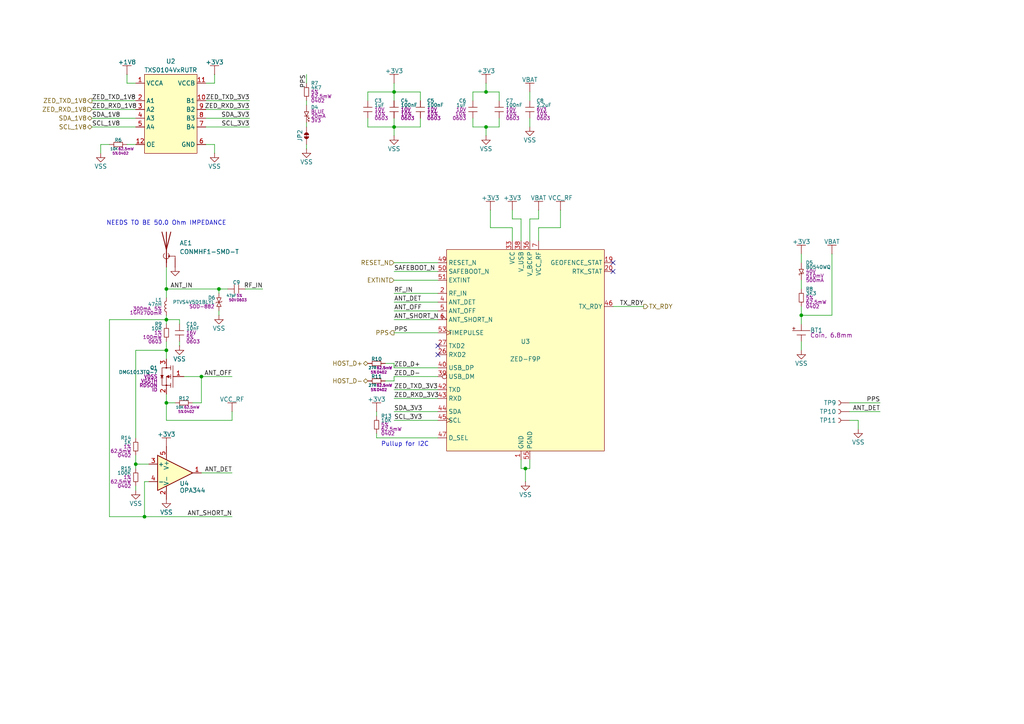
<source format=kicad_sch>
(kicad_sch (version 20231120) (generator "eeschema") (generator_version "8.0")
  (paper "A4")
  (title_block (title "GNSS Module") (date "2024-12-02") (rev "01") (comment 2 "PROTOTYPE") (comment 3 "2024"))
  (junction (at 114.3 36.83))
  (junction (at 63.5 83.82))
  (junction (at 48.26 116.84))
  (junction (at 140.97 36.83))
  (junction (at 232.41 91.44))
  (junction (at 140.97 26.67))
  (junction (at 48.26 101.6))
  (junction (at 41.91 149.86))
  (junction (at 48.26 83.82))
  (junction (at 114.3 26.67))
  (junction (at 152.4 135.89))
  (junction (at 48.26 92.71))
  (junction (at 39.37 134.62))
  (junction (at 58.42 109.22))
  (no_connect (at 177.8 76.2))
  (no_connect (at 127 102.87))
  (no_connect (at 177.8 78.74))
  (no_connect (at 127 100.33))
  (wire (pts (xy 114.3 90.17) (xy 127 90.17)))
  (wire (pts (xy 114.3 113.03) (xy 127 113.03)))
  (wire (pts (xy 72.39 29.21) (xy 59.69 29.21)))
  (wire (pts (xy 114.3 78.74) (xy 127 78.74)))
  (wire (pts (xy 114.3 26.67) (xy 114.3 24.13)))
  (wire (pts (xy 114.3 106.68) (xy 114.3 105.41)))
  (wire (pts (xy 72.39 31.75) (xy 59.69 31.75)))
  (wire (pts (xy 29.21 41.91) (xy 29.21 44.45)))
  (wire (pts (xy 156.21 60.96) (xy 156.21 63.5)))
  (wire (pts (xy 26.67 34.29) (xy 39.37 34.29)))
  (wire (pts (xy 88.9 36.83) (xy 88.9 35.56)))
  (wire (pts (xy 121.92 36.83) (xy 114.3 36.83)))
  (wire (pts (xy 121.92 26.67) (xy 114.3 26.67)))
  (wire (pts (xy 111.76 110.49) (xy 114.3 110.49)))
  (wire (pts (xy 114.3 85.09) (xy 127 85.09)))
  (wire (pts (xy 148.59 66.04) (xy 148.59 69.85)))
  (wire (pts (xy 248.92 121.92) (xy 246.38 121.92)))
  (wire (pts (xy 140.97 26.67) (xy 140.97 24.13)))
  (wire (pts (xy 72.39 34.29) (xy 59.69 34.29)))
  (wire (pts (xy 114.3 26.67) (xy 114.3 29.21)))
  (wire (pts (xy 144.78 26.67) (xy 144.78 29.21)))
  (wire (pts (xy 67.31 119.38) (xy 67.31 121.92)))
  (wire (pts (xy 48.26 83.82) (xy 48.26 86.36)))
  (wire (pts (xy 148.59 63.5) (xy 151.13 63.5)))
  (wire (pts (xy 153.67 63.5) (xy 153.67 69.85)))
  (wire (pts (xy 62.23 24.13) (xy 59.69 24.13)))
  (wire (pts (xy 63.5 85.09) (xy 63.5 83.82)))
  (wire (pts (xy 59.69 41.91) (xy 62.23 41.91)))
  (wire (pts (xy 137.16 29.21) (xy 137.16 26.67)))
  (wire (pts (xy 232.41 73.66) (xy 232.41 76.2)))
  (wire (pts (xy 114.3 109.22) (xy 127 109.22)))
  (wire (pts (xy 26.67 29.21) (xy 39.37 29.21)))
  (wire (pts (xy 162.56 66.04) (xy 156.21 66.04)))
  (wire (pts (xy 153.67 34.29) (xy 153.67 36.83)))
  (wire (pts (xy 152.4 135.89) (xy 151.13 135.89)))
  (wire (pts (xy 39.37 140.97) (xy 39.37 142.24)))
  (wire (pts (xy 88.9 21.59) (xy 88.9 24.13)))
  (wire (pts (xy 137.16 26.67) (xy 140.97 26.67)))
  (wire (pts (xy 153.67 26.67) (xy 153.67 29.21)))
  (wire (pts (xy 43.18 139.7) (xy 41.91 139.7)))
  (wire (pts (xy 55.88 116.84) (xy 58.42 116.84)))
  (wire (pts (xy 58.42 137.16) (xy 67.31 137.16)))
  (wire (pts (xy 156.21 66.04) (xy 156.21 69.85)))
  (wire (pts (xy 36.83 21.59) (xy 36.83 24.13)))
  (wire (pts (xy 241.3 91.44) (xy 232.41 91.44)))
  (wire (pts (xy 142.24 60.96) (xy 142.24 66.04)))
  (wire (pts (xy 31.75 149.86) (xy 41.91 149.86)))
  (wire (pts (xy 48.26 83.82) (xy 63.5 83.82)))
  (wire (pts (xy 58.42 116.84) (xy 58.42 109.22)))
  (wire (pts (xy 39.37 101.6) (xy 39.37 127)))
  (wire (pts (xy 106.68 36.83) (xy 114.3 36.83)))
  (wire (pts (xy 109.22 125.73) (xy 109.22 127)))
  (wire (pts (xy 151.13 63.5) (xy 151.13 69.85)))
  (wire (pts (xy 114.3 96.52) (xy 127 96.52)))
  (wire (pts (xy 39.37 41.91) (xy 36.83 41.91)))
  (wire (pts (xy 63.5 90.17) (xy 63.5 91.44)))
  (wire (pts (xy 48.26 116.84) (xy 48.26 121.92)))
  (wire (pts (xy 232.41 81.28) (xy 232.41 83.82)))
  (wire (pts (xy 109.22 127) (xy 127 127)))
  (wire (pts (xy 232.41 91.44) (xy 232.41 88.9)))
  (wire (pts (xy 29.21 41.91) (xy 31.75 41.91)))
  (wire (pts (xy 88.9 29.21) (xy 88.9 30.48)))
  (wire (pts (xy 52.07 93.98) (xy 52.07 92.71)))
  (wire (pts (xy 106.68 29.21) (xy 106.68 26.67)))
  (wire (pts (xy 114.3 121.92) (xy 127 121.92)))
  (wire (pts (xy 153.67 133.35) (xy 153.67 135.89)))
  (wire (pts (xy 26.67 31.75) (xy 39.37 31.75)))
  (wire (pts (xy 114.3 106.68) (xy 127 106.68)))
  (wire (pts (xy 43.18 134.62) (xy 39.37 134.62)))
  (wire (pts (xy 48.26 99.06) (xy 48.26 101.6)))
  (wire (pts (xy 111.76 105.41) (xy 114.3 105.41)))
  (wire (pts (xy 151.13 133.35) (xy 151.13 135.89)))
  (wire (pts (xy 144.78 34.29) (xy 144.78 36.83)))
  (wire (pts (xy 114.3 87.63) (xy 127 87.63)))
  (wire (pts (xy 114.3 36.83) (xy 114.3 39.37)))
  (wire (pts (xy 140.97 26.67) (xy 144.78 26.67)))
  (wire (pts (xy 114.3 76.2) (xy 127 76.2)))
  (wire (pts (xy 52.07 99.06) (xy 52.07 100.33)))
  (wire (pts (xy 156.21 63.5) (xy 153.67 63.5)))
  (wire (pts (xy 114.3 81.28) (xy 127 81.28)))
  (wire (pts (xy 121.92 34.29) (xy 121.92 36.83)))
  (wire (pts (xy 48.26 101.6) (xy 48.26 104.14)))
  (wire (pts (xy 52.07 92.71) (xy 48.26 92.71)))
  (wire (pts (xy 114.3 34.29) (xy 114.3 36.83)))
  (wire (pts (xy 114.3 109.22) (xy 114.3 110.49)))
  (wire (pts (xy 72.39 36.83) (xy 59.69 36.83)))
  (wire (pts (xy 62.23 21.59) (xy 62.23 24.13)))
  (wire (pts (xy 248.92 124.46) (xy 248.92 121.92)))
  (wire (pts (xy 114.3 92.71) (xy 127 92.71)))
  (wire (pts (xy 26.67 36.83) (xy 39.37 36.83)))
  (wire (pts (xy 232.41 91.44) (xy 232.41 93.98)))
  (wire (pts (xy 109.22 120.65) (xy 109.22 119.38)))
  (wire (pts (xy 121.92 29.21) (xy 121.92 26.67)))
  (wire (pts (xy 114.3 115.57) (xy 127 115.57)))
  (wire (pts (xy 41.91 149.86) (xy 67.31 149.86)))
  (wire (pts (xy 48.26 114.3) (xy 48.26 116.84)))
  (wire (pts (xy 41.91 139.7) (xy 41.91 149.86)))
  (wire (pts (xy 140.97 36.83) (xy 137.16 36.83)))
  (wire (pts (xy 39.37 134.62) (xy 39.37 132.08)))
  (wire (pts (xy 36.83 24.13) (xy 39.37 24.13)))
  (wire (pts (xy 246.38 119.38) (xy 255.27 119.38)))
  (wire (pts (xy 48.26 121.92) (xy 67.31 121.92)))
  (wire (pts (xy 177.8 88.9) (xy 186.69 88.9)))
  (wire (pts (xy 142.24 66.04) (xy 148.59 66.04)))
  (wire (pts (xy 106.68 34.29) (xy 106.68 36.83)))
  (wire (pts (xy 58.42 109.22) (xy 53.34 109.22)))
  (wire (pts (xy 140.97 36.83) (xy 140.97 39.37)))
  (wire (pts (xy 63.5 83.82) (xy 66.04 83.82)))
  (wire (pts (xy 152.4 135.89) (xy 152.4 139.7)))
  (wire (pts (xy 58.42 109.22) (xy 67.31 109.22)))
  (wire (pts (xy 48.26 91.44) (xy 48.26 92.71)))
  (wire (pts (xy 152.4 135.89) (xy 153.67 135.89)))
  (wire (pts (xy 39.37 134.62) (xy 39.37 135.89)))
  (wire (pts (xy 48.26 77.47) (xy 48.26 83.82)))
  (wire (pts (xy 241.3 73.66) (xy 241.3 91.44)))
  (wire (pts (xy 48.26 101.6) (xy 39.37 101.6)))
  (wire (pts (xy 31.75 92.71) (xy 31.75 149.86)))
  (wire (pts (xy 71.12 83.82) (xy 76.2 83.82)))
  (wire (pts (xy 106.68 26.67) (xy 114.3 26.67)))
  (wire (pts (xy 148.59 60.96) (xy 148.59 63.5)))
  (wire (pts (xy 144.78 36.83) (xy 140.97 36.83)))
  (wire (pts (xy 62.23 44.45) (xy 62.23 41.91)))
  (wire (pts (xy 48.26 116.84) (xy 50.8 116.84)))
  (wire (pts (xy 48.26 92.71) (xy 48.26 93.98)))
  (wire (pts (xy 162.56 60.96) (xy 162.56 66.04)))
  (wire (pts (xy 137.16 34.29) (xy 137.16 36.83)))
  (wire (pts (xy 88.9 43.18) (xy 88.9 41.91)))
  (wire (pts (xy 246.38 116.84) (xy 255.27 116.84)))
  (wire (pts (xy 114.3 119.38) (xy 127 119.38)))
  (wire (pts (xy 48.26 92.71) (xy 31.75 92.71)))
  (wire (pts (xy 232.41 99.06) (xy 232.41 101.6)))
  (text "Pullup for I2C" (at 117.475 128.905 0) (effects (font (size 1.27 1.27))))
  (text "NEEDS TO BE 50.0 Ohm IMPEDANCE" (at 48.26 64.77 0) (effects (font (size 1.27 1.27))))
  (label "PPS" (at 255.27 116.84 180))
  (label "ZED_RXD_3V3" (at 114.3 115.57 0))
  (label "SDA_3V3" (at 72.39 34.29 180))
  (label "PPS" (at 114.3 96.52 0))
  (label "ANT_OFF" (at 114.3 90.17 0))
  (label "ZED_TXD_3V3" (at 72.39 29.21 180))
  (label "ZED_RXD_3V3" (at 72.39 31.75 180))
  (label "ANT_DET" (at 255.27 119.38 180))
  (label "ANT_DET" (at 67.31 137.16 180))
  (label "SCL_3V3" (at 114.3 121.92 0))
  (label "ZED_TXD_1V8" (at 26.67 29.21 0))
  (label "ZED_D+" (at 114.3 106.68 0))
  (label "ANT_DET" (at 114.3 87.63 0))
  (label "TX_RDY" (at 186.69 88.9 180))
  (label "ZED_D-" (at 114.3 109.22 0))
  (label "SAFEBOOT_N" (at 114.3 78.74 0))
  (label "RF_IN" (at 76.2 83.82 180))
  (label "RF_IN" (at 114.3 85.09 0))
  (label "ANT_OFF" (at 67.31 109.22 180))
  (label "SDA_1V8" (at 26.67 34.29 0))
  (label "SCL_1V8" (at 26.67 36.83 0))
  (label "PPS" (at 88.9 21.59 270))
  (label "ZED_TXD_3V3" (at 114.3 113.03 0))
  (label "SCL_3V3" (at 72.39 36.83 180))
  (label "ANT_IN" (at 55.88 83.82 180))
  (label "SDA_3V3" (at 114.3 119.38 0))
  (label "ANT_SHORT_N" (at 67.31 149.86 180))
  (label "ZED_RXD_1V8" (at 26.67 31.75 0))
  (label "ANT_SHORT_N" (at 114.3 92.71 0))
  (hierarchical_label "SDA_1V8" (shape bidirectional) (at 26.67 34.29 180))
  (hierarchical_label "RESET_N" (shape input) (at 114.3 76.2 180))
  (hierarchical_label "ZED_TXD_1V8" (shape output) (at 26.67 29.21 180))
  (hierarchical_label "HOST_D-" (shape bidirectional) (at 106.68 110.49 180))
  (hierarchical_label "ZED_RXD_1V8" (shape input) (at 26.67 31.75 180))
  (hierarchical_label "EXTINT" (shape input) (at 114.3 81.28 180))
  (hierarchical_label "HOST_D+" (shape bidirectional) (at 106.68 105.41 180))
  (hierarchical_label "SCL_1V8" (shape bidirectional) (at 26.67 36.83 180))
  (hierarchical_label "TX_RDY" (shape output) (at 186.69 88.9 0))
  (hierarchical_label "PPS" (shape output) (at 114.3 96.52 180))
  (symbol (lib_id "lib_sch:C") (at 137.16 31.75 0) (mirror y) (unit 1)
    (property "Reference" "C6" (at 135.255 29.21 0) (effects (font (size 1.016 1.016)) (justify left)))
    (property "Value" "1uF" (at 135.255 30.48 0) (effects (font (size 1.016 1.016)) (justify left)))
    (property "Footprint" "lib_fp:MLCC0603" (effects (hide yes)))
    (property "Datasheet" "datasheets/Kyocera-AVX-MLCCKAM.pdf" (effects (hide yes)))
    (property "Description" "0603 X7R 1UF10% 10V AEC-Q200" (effects (hide yes)))
    (property "Manufacturer" "KYOCERA AVX" (effects (hide yes)))
    (property "MPN" "KAM15AR71A105KT" (effects (hide yes)))
    (property "DKPN" "478-KAM15AR71A105KTCT-ND" (effects (hide yes)))
    (property "Tolerance" "10%" (at 135.255 33.02 0) (effects (font (size 1.016 1.016)) (justify left)))
    (property "Voltage Rating" "10V" (at 135.255 31.75 0) (effects (font (size 1.016 1.016)) (justify left)))
    (property "Package" "0603" (at 135.255 34.29 0) (effects (font (size 1.016 1.016)) (justify left)))
  )
  (symbol (lib_id "lib_sch:+3V3") (at 62.23 21.59 0) (unit 1)
    (property "Reference" "#PWR010" (effects (hide yes)))
    (property "Value" "+3V3" (at 62.23 18.034 0))
  )
  (symbol (lib_id "lib_sch:R_horizontal") (at 34.29 41.91 0) (unit 1)
    (property "Reference" "R6" (at 34.29 40.64 0) (effects (font (size 1.016 1.016))))
    (property "Value" "10K" (at 34.29 43.18 0) (effects (font (size 0.762 0.762)) (justify right)))
    (property "Footprint" "lib_fp:CRCW0402" (effects (hide yes)))
    (property "Datasheet" "datasheets/Vishay-Dale-DRCWe3.pdf" (effects (hide yes)))
    (property "Description" "RES SMD 10K OHM 5% 1/16W 0402" (effects (hide yes)))
    (property "Manufacturer" "Vishay Dale" (effects (hide yes)))
    (property "MPN" "CRCW040210K0JNED" (effects (hide yes)))
    (property "DKPN" "541-10KJCT-ND" (effects (hide yes)))
    (property "Tolerance" "5%" (at 34.29 44.45 0) (effects (font (size 0.762 0.762)) (justify right)))
    (property "Power Rating" "62.5mW" (at 34.29 43.18 0) (effects (font (size 0.762 0.762)) (justify left)))
    (property "Package" "0402" (at 34.29 44.45 0) (effects (font (size 0.762 0.762)) (justify left)))
  )
  (symbol (lib_id "lib_sch:C_horizontal") (at 68.58 83.82 0) (unit 1)
    (property "Reference" "C9" (at 68.58 81.915 0) (effects (font (size 1.016 1.016))))
    (property "Value" "47pF" (at 68.58 85.725 0) (effects (font (size 0.762 0.762)) (justify right)))
    (property "Footprint" "lib_fp:MLCC0603" (effects (hide yes)))
    (property "Datasheet" "datasheets/Kyocera-AVX-MLCCKAM.pdf" (effects (hide yes)))
    (property "Description" "CAP CER 47PF 50V X7R 0603" (effects (hide yes)))
    (property "Manufacturer" "KYOCERA AVX" (effects (hide yes)))
    (property "MPN" "06035C470JAT2A" (effects (hide yes)))
    (property "DKPN" "478-06035C470JAT2ACT-ND" (effects (hide yes)))
    (property "Tolerace" "5%" (at 68.58 85.725 0) (effects (font (size 0.762 0.762)) (justify left)))
    (property "Voltage Rating" "50V" (at 68.58 86.995 0) (effects (font (size 0.762 0.762)) (justify right)))
    (property "Package" "0603" (at 68.58 86.995 0) (effects (font (size 0.762 0.762)) (justify left)))
  )
  (symbol (lib_id "lib_sch:R_horizontal") (at 109.22 110.49 0) (unit 1)
    (property "Reference" "R11" (at 109.22 109.22 0) (effects (font (size 1.016 1.016))))
    (property "Value" "27R" (at 109.22 111.76 0) (effects (font (size 0.762 0.762)) (justify right)))
    (property "Footprint" "lib_fp:CRCW0402" (effects (hide yes)))
    (property "Datasheet" "datasheets/Vishay-Dale-DRCWe3.pdf" (effects (hide yes)))
    (property "Description" "RES SMD 27 OHM 5% 1/16W 0402" (effects (hide yes)))
    (property "Manufacturer" "Vishay Dale" (effects (hide yes)))
    (property "MPN" "CRCW040227R0JNED" (effects (hide yes)))
    (property "DKPN" "541-27JCT-ND" (effects (hide yes)))
    (property "Tolerance" "5%" (at 109.22 113.03 0) (effects (font (size 0.762 0.762)) (justify right)))
    (property "Power Rating" "62.5mW" (at 109.22 111.76 0) (effects (font (size 0.762 0.762)) (justify left)))
    (property "Package" "0402" (at 109.22 113.03 0) (effects (font (size 0.762 0.762)) (justify left)))
  )
  (symbol (lib_id "lib_sch:VSS") (at 232.41 101.6 0) (unit 1)
    (property "Reference" "#PWR029" (effects (hide yes)))
    (property "Value" "VSS" (at 232.41 105.41 0))
  )
  (symbol (lib_id "lib_sch:ZED-F9P-04B") (at 152.4 101.6 0) (unit 1)
    (property "Reference" "U3" (at 152.4 99.06 0))
    (property "Value" "ZED-F9P" (at 152.4 104.14 0))
    (property "Footprint" "lib_fp:ZED-F9P-04B_UBL" (effects (hide yes)))
    (property "Datasheet" "datasheets/u-blox-ZED-F9P-04B.pdf" (effects (hide yes)))
    (property "Description" "ZED-F9P RF Receiver BeiDou, Galileo, GLONASS, GNSS, GPS 1.207GHz, 1.2276GHz, 1.246GHz, 1.561GHz, 1.575GHz, 1.602GHz -167dBm 921.6kbps 54-LGA (22x17)" (effects (hide yes)))
    (property "Manufacturer" "u-blox" (effects (hide yes)))
    (property "MPN" "ZED-F9P-04B" (effects (hide yes)))
    (property "DKPN" "672-ZED-F9P-04BCT-ND" (effects (hide yes)))
  )
  (symbol (lib_id "lib_sch:VSS") (at 63.5 91.44 0) (unit 1)
    (property "Reference" "#PWR028" (effects (hide yes)))
    (property "Value" "VSS" (at 63.5 95.25 0))
  )
  (symbol (lib_id "lib_sch:R") (at 39.37 129.54 0) (mirror y) (unit 1)
    (property "Reference" "R14" (at 38.1 127 0) (effects (font (size 1.016 1.016)) (justify left)))
    (property "Value" "1K" (at 38.1 128.27 0) (effects (font (size 1.016 1.016)) (justify left)))
    (property "Footprint" "lib_fp:CRCW0402" (effects (hide yes)))
    (property "Datasheet" "datasheets/Vishay-Dale-DRCWe3.pdf" (effects (hide yes)))
    (property "Description" "RES SMD 1K OHM 1% 1/16W 0402" (effects (hide yes)))
    (property "Manufacturer" "Vishay Dale" (effects (hide yes)))
    (property "MPN" "CRCW04021K00FKED" (effects (hide yes)))
    (property "DKPN" "541-1.00KLCT-ND" (effects (hide yes)))
    (property "Tolerance" "1%" (at 38.1 129.54 0) (effects (font (size 1.016 1.016)) (justify left)))
    (property "Power Rating" "62.5mW" (at 38.1 130.81 0) (effects (font (size 1.016 1.016)) (justify left)))
    (property "Package" "0402" (at 38.1 132.08 0) (effects (font (size 1.016 1.016)) (justify left)))
  )
  (symbol (lib_id "lib_sch:LED") (at 88.9 33.02 0) (unit 1)
    (property "Reference" "D4" (at 90.17 31.115 0) (effects (font (size 1.016 1.016)) (justify left)))
    (property "Value" "LTST-C190TBKT" (effects (hide yes)))
    (property "Footprint" "lib_fp:LTST-0603" (effects (hide yes)))
    (property "Datasheet" "datasheets/Lite-On-LTST-C190TBKT.PDF" (effects (hide yes)))
    (property "Description" "LED BLUE CLEAR CHIP SMD" (effects (hide yes)))
    (property "Manufacturer" "Lite-On Inc." (effects (hide yes)))
    (property "MPN" "LTST-C190TBKT" (effects (hide yes)))
    (property "DKPN" "160-1646-1-ND" (effects (hide yes)))
    (property "Forward Voltage" "3V3" (at 90.17 34.925 0) (effects (font (size 1.016 1.016)) (justify left)))
    (property "Current" "20mA" (at 90.17 33.655 0) (effects (font (size 1.016 1.016)) (justify left)))
    (property "Color" "BLUE" (at 90.17 32.385 0) (effects (font (size 1.016 1.016)) (justify left)))
  )
  (symbol (lib_id "lib_sch:R") (at 109.22 123.19 0) (unit 1)
    (property "Reference" "R13" (at 110.49 120.65 0) (effects (font (size 1.016 1.016)) (justify left)))
    (property "Value" "10K" (at 110.49 121.92 0) (effects (font (size 1.016 1.016)) (justify left)))
    (property "Footprint" "lib_fp:CRCW0402" (effects (hide yes)))
    (property "Datasheet" "datasheets/Vishay-Dale-DRCWe3.pdf" (effects (hide yes)))
    (property "Description" "RES SMD 10K OHM 5% 1/16W 0402" (effects (hide yes)))
    (property "Manufacturer" "Vishay Dale" (effects (hide yes)))
    (property "MPN" "CRCW040210K0JNED" (effects (hide yes)))
    (property "DKPN" "541-10KJCT-ND" (effects (hide yes)))
    (property "Tolerance" "5%" (at 110.49 123.19 0) (effects (font (size 1.016 1.016)) (justify left)))
    (property "Power Rating" "62.5mW" (at 110.49 124.46 0) (effects (font (size 1.016 1.016)) (justify left)))
    (property "Package" "0402" (at 110.49 125.73 0) (effects (font (size 1.016 1.016)) (justify left)))
  )
  (symbol (lib_id "lib_sch:VSS") (at 140.97 39.37 0) (unit 1)
    (property "Reference" "#PWR016" (effects (hide yes)))
    (property "Value" "VSS" (at 140.97 43.18 0))
  )
  (symbol (lib_id "lib_sch:VBAT") (at 156.21 60.96 0) (unit 1)
    (property "Reference" "#PWR022" (effects (hide yes)))
    (property "Value" "VBAT" (at 156.21 57.404 0))
  )
  (symbol (lib_id "lib_sch:VSS") (at 48.26 144.78 0) (unit 1)
    (property "Reference" "#PWR036" (effects (hide yes)))
    (property "Value" "VSS" (at 48.26 148.59 0))
  )
  (symbol (lib_id "lib_sch:C") (at 121.92 31.75 0) (unit 1)
    (property "Reference" "C5" (at 123.825 29.21 0) (effects (font (size 1.016 1.016)) (justify left)))
    (property "Value" "100nF" (at 123.825 30.48 0) (effects (font (size 1.016 1.016)) (justify left)))
    (property "Footprint" "lib_fp:MLCC0603" (effects (hide yes)))
    (property "Datasheet" "datasheets/Kyocera-AVX-MLCCKAM.pdf" (effects (hide yes)))
    (property "Description" "CAP CER 0.1UF 10V X7R 0603" (effects (hide yes)))
    (property "Manufacturer" "KYOCERA AVX" (effects (hide yes)))
    (property "MPN" "KAM15AR71A104KT" (effects (hide yes)))
    (property "DKPN" "478-KAM15AR71A104KTCT-ND" (effects (hide yes)))
    (property "Tolerance" "10%" (at 123.825 33.02 0) (effects (font (size 1.016 1.016)) (justify left)))
    (property "Voltage Rating" "10V" (at 123.825 31.75 0) (effects (font (size 1.016 1.016)) (justify left)))
    (property "Package" "0603" (at 123.825 34.29 0) (effects (font (size 1.016 1.016)) (justify left)))
  )
  (symbol (lib_id "lib_sch:+3V3") (at 114.3 24.13 0) (unit 1)
    (property "Reference" "#PWR011" (effects (hide yes)))
    (property "Value" "+3V3" (at 114.3 20.574 0))
  )
  (symbol (lib_id "lib_sch:R_horizontal") (at 109.22 105.41 0) (unit 1)
    (property "Reference" "R10" (at 109.22 104.14 0) (effects (font (size 1.016 1.016))))
    (property "Value" "27R" (at 109.22 106.68 0) (effects (font (size 0.762 0.762)) (justify right)))
    (property "Footprint" "lib_fp:CRCW0402" (effects (hide yes)))
    (property "Datasheet" "datasheets/Vishay-Dale-DRCWe3.pdf" (effects (hide yes)))
    (property "Description" "RES SMD 27 OHM 5% 1/16W 0402" (effects (hide yes)))
    (property "Manufacturer" "Vishay Dale" (effects (hide yes)))
    (property "MPN" "CRCW040227R0JNED" (effects (hide yes)))
    (property "DKPN" "541-27JCT-ND" (effects (hide yes)))
    (property "Tolerance" "5%" (at 109.22 107.95 0) (effects (font (size 0.762 0.762)) (justify right)))
    (property "Power Rating" "62.5mW" (at 109.22 106.68 0) (effects (font (size 0.762 0.762)) (justify left)))
    (property "Package" "0402" (at 109.22 107.95 0) (effects (font (size 0.762 0.762)) (justify left)))
  )
  (symbol (lib_id "lib_sch:+1V8") (at 36.83 21.59 0) (unit 1)
    (property "Reference" "#PWR09" (effects (hide yes)))
    (property "Value" "+1V8" (at 36.83 18.034 0))
  )
  (symbol (lib_id "lib_sch:Battery") (at 232.41 96.52 0) (unit 1)
    (property "Reference" "BT1" (at 234.95 96.52 0) (effects (justify left bottom)))
    (property "Footprint" "lib_fp:MS621FE-FL11E" (effects (hide yes)))
    (property "Datasheet" "datasheets/Seiko-Instruments-MicroBattery.pdf" (effects (hide yes)))
    (property "Description" "BATT LITHIUM 3V 5.5MAH COIN" (effects (hide yes)))
    (property "Manufacturer" "Seiko Instruments" (effects (hide yes)))
    (property "MPN" "MS621FE-FL11E" (effects (hide yes)))
    (property "DKPN" "728-1057-ND" (effects (hide yes)))
    (property "CELL" "Coin, 6.8mm" (at 234.95 96.52 0) (effects (justify left top)))
  )
  (symbol (lib_id "lib_sch:VSS") (at 114.3 39.37 0) (unit 1)
    (property "Reference" "#PWR015" (effects (hide yes)))
    (property "Value" "VSS" (at 114.3 43.18 0))
  )
  (symbol (lib_id "lib_sch:+3V3") (at 109.22 119.38 0) (unit 1)
    (property "Reference" "#PWR032" (effects (hide yes)))
    (property "Value" "+3V3" (at 109.22 115.824 0))
  )
  (symbol (lib_id "lib_sch:R") (at 232.41 86.36 0) (unit 1)
    (property "Reference" "R8" (at 233.68 83.82 0) (effects (font (size 1.016 1.016)) (justify left)))
    (property "Value" "3K3" (at 233.68 85.09 0) (effects (font (size 1.016 1.016)) (justify left)))
    (property "Footprint" "lib_fp:CRCW0402" (effects (hide yes)))
    (property "Datasheet" "datasheets/Vishay-Dale-DRCWe3.pdf" (effects (hide yes)))
    (property "Description" "RES SMD 3.3K OHM 5% 1/16W 0402" (effects (hide yes)))
    (property "Manufacturer" "Vishay Dale" (effects (hide yes)))
    (property "MPN" "CRCW04023K30JNED" (effects (hide yes)))
    (property "DKPN" "541-3.3KJCT-ND" (effects (hide yes)))
    (property "Tolerance" "5%" (at 233.68 86.36 0) (effects (font (size 1.016 1.016)) (justify left)))
    (property "Power Rating" "62.5mW" (at 233.68 87.63 0) (effects (font (size 1.016 1.016)) (justify left)))
    (property "Package" "0402" (at 233.68 88.9 0) (effects (font (size 1.016 1.016)) (justify left)))
  )
  (symbol (lib_id "lib_sch:Testpoint") (at 243.84 119.38 0) (unit 1)
    (property "Reference" "TP10" (at 242.57 119.38 0) (effects (justify right)))
    (property "Footprint" "lib_fp:TP_1mm" (effects (hide yes)))
  )
  (symbol (lib_id "lib_sch:VSS") (at 39.37 142.24 0) (unit 1)
    (property "Reference" "#PWR035" (effects (hide yes)))
    (property "Value" "VSS" (at 39.37 146.05 0))
  )
  (symbol (lib_id "lib_sch:D_Schottky") (at 232.41 78.74 0) (mirror x) (unit 1)
    (property "Reference" "D5" (at 233.68 76.2 0) (effects (font (size 1.016 1.016)) (justify left)))
    (property "Value" "B0540WQ" (at 233.68 77.47 0) (effects (font (size 1.016 1.016)) (justify left)))
    (property "Footprint" "lib_fp:SOD123" (effects (hide yes)))
    (property "Datasheet" "datasheets/Diodes-Incorporated-B0540WQ.pdf" (effects (hide yes)))
    (property "Description" "DIODE SCHOTTKY 40V 500MA SOD123" (effects (hide yes)))
    (property "Manufacturer" "Diodes Incorporated" (effects (hide yes)))
    (property "MPN" "B0540WQ-7-F" (effects (hide yes)))
    (property "DKPN" "B0540WQ-7-FDICT-ND" (effects (hide yes)))
    (property "Reverse Voltage" "40V" (at 233.68 78.74 0) (effects (font (size 1.016 1.016)) (justify left)))
    (property "Forward Voltage" "510mV" (at 233.68 80.01 0) (effects (font (size 1.016 1.016)) (justify left)))
    (property "Current" "500mA" (at 233.68 81.28 0) (effects (font (size 1.016 1.016)) (justify left)))
  )
  (symbol (lib_id "lib_sch:+3V3") (at 140.97 24.13 0) (unit 1)
    (property "Reference" "#PWR012" (effects (hide yes)))
    (property "Value" "+3V3" (at 140.97 20.574 0))
  )
  (symbol (lib_id "lib_sch:VSS") (at 62.23 44.45 0) (unit 1)
    (property "Reference" "#PWR019" (effects (hide yes)))
    (property "Value" "VSS" (at 62.23 48.26 0))
  )
  (symbol (lib_id "lib_sch:Jumper_2_Bridged") (at 88.9 39.37 90) (mirror x) (unit 1) (in_bom no)
    (property "Reference" "JP2" (at 86.995 39.37 0))
    (property "Value" "~" (at 86.36 39.37 0))
    (property "Footprint" "lib_fp:Jumper_2_Bridged" (effects (hide yes)))
  )
  (symbol (lib_id "lib_sch:+3V3") (at 48.26 129.54 0) (unit 1)
    (property "Reference" "#PWR033" (effects (hide yes)))
    (property "Value" "+3V3" (at 48.26 125.984 0))
  )
  (symbol (lib_id "lib_sch:VCC_RF") (at 67.31 119.38 0) (unit 1)
    (property "Reference" "#PWR031" (effects (hide yes)))
    (property "Value" "VCC_RF" (at 67.31 115.824 0))
  )
  (symbol (lib_id "lib_sch:VCC_RF") (at 162.56 60.96 0) (unit 1)
    (property "Reference" "#PWR023" (effects (hide yes)))
    (property "Value" "VCC_RF" (at 162.56 57.404 0))
  )
  (symbol (lib_id "lib_sch:+3V3") (at 232.41 73.66 0) (unit 1)
    (property "Reference" "#PWR025" (effects (hide yes)))
    (property "Value" "+3V3" (at 232.41 70.104 0))
  )
  (symbol (lib_id "lib_sch:C") (at 153.67 31.75 0) (unit 1)
    (property "Reference" "C8" (at 155.575 29.21 0) (effects (font (size 1.016 1.016)) (justify left)))
    (property "Value" "2.2uF" (at 155.575 30.48 0) (effects (font (size 1.016 1.016)) (justify left)))
    (property "Footprint" "lib_fp:MLCC0603" (effects (hide yes)))
    (property "Datasheet" "datasheets/Kyocera-AVX-MLCCKAM.pdf" (effects (hide yes)))
    (property "Description" "0603 X7R 2.2UF10% 6.3V AEC-Q200" (effects (hide yes)))
    (property "Manufacturer" "KYOCERA AVX" (effects (hide yes)))
    (property "MPN" "KAM15AR70J225KT" (effects (hide yes)))
    (property "DKPN" "478-KAM15AR70J225KTCT-ND" (effects (hide yes)))
    (property "Tolerance" "10%" (at 155.575 33.02 0) (effects (font (size 1.016 1.016)) (justify left)))
    (property "Voltage Rating" "6V3" (at 155.575 31.75 0) (effects (font (size 1.016 1.016)) (justify left)))
    (property "Package" "0603" (at 155.575 34.29 0) (effects (font (size 1.016 1.016)) (justify left)))
  )
  (symbol (lib_id "lib_sch:L") (at 48.26 88.9 0) (mirror y) (unit 1)
    (property "Reference" "L1" (at 46.99 86.995 0) (effects (font (size 1.016 1.016)) (justify left)))
    (property "Value" "47nH" (at 46.99 88.265 0) (effects (font (size 1.016 1.016)) (justify left)))
    (property "Footprint" "lib_fp:L_0402" (effects (hide yes)))
    (property "Datasheet" "datasheets/Murata-Electronics-LQG15HSxxxx02x.pdf" (effects (hide yes)))
    (property "Description" "FIXED IND 47NH 300MA 0.72OHM SMD" (effects (hide yes)))
    (property "Manufacturer" "Murata Electronics" (effects (hide yes)))
    (property "MPN" "LQG15HS47NJ02D" (effects (hide yes)))
    (property "DKPN" "490-2631-1-ND" (effects (hide yes)))
    (property "Tolerance" "5%" (at 46.99 89.535 0) (effects (font (size 1.016 1.016)) (justify left)))
    (property "Current Rating" "300mA" (at 43.815 89.535 0) (effects (font (size 1.016 1.016)) (justify left)))
    (property "DC Resistance" "700mR" (at 46.99 90.805 0) (effects (font (size 1.016 1.016)) (justify left)))
    (property "Resonant Frequency" "1GHz" (at 41.656 90.678 0) (effects (font (size 1.016 1.016)) (justify left)))
  )
  (symbol (lib_id "lib_sch:+3V3") (at 148.59 60.96 0) (unit 1)
    (property "Reference" "#PWR021" (effects (hide yes)))
    (property "Value" "+3V3" (at 148.59 57.404 0))
  )
  (symbol (lib_id "lib_sch:VSS") (at 88.9 43.18 0) (unit 1)
    (property "Reference" "#PWR017" (effects (hide yes)))
    (property "Value" "VSS" (at 88.9 46.99 0))
  )
  (symbol (lib_id "lib_sch:Testpoint") (at 243.84 116.84 0) (unit 1)
    (property "Reference" "TP9" (at 242.57 116.84 0) (effects (justify right)))
    (property "Footprint" "lib_fp:TP_1mm" (effects (hide yes)))
  )
  (symbol (lib_id "lib_sch:TS391") (at 50.8 137.16 0) (unit 1)
    (property "Reference" "U4" (at 52.07 140.97 0) (effects (justify left bottom)))
    (property "Value" "OPA344" (at 52.07 142.24 0) (effects (justify left)))
    (property "Footprint" "lib_fp:SOT23-5P95_280X300X110L40X38N" (effects (hide yes)))
    (property "Datasheet" "datasheets/Texas-Instruments-OPA344.pdf" (effects (hide yes)))
    (property "Description" "IC OPAMP GP 1 CIRCUIT SOT23-5" (effects (hide yes)))
    (property "Manufacturer" "Texas Instruments" (effects (hide yes)))
    (property "MPN" "OPA344NA/3K" (effects (hide yes)))
    (property "DKPN" "296-41475-1-ND" (effects (hide yes)))
  )
  (symbol (lib_id "lib_sch:VSS") (at 153.67 36.83 0) (unit 1)
    (property "Reference" "#PWR014" (effects (hide yes)))
    (property "Value" "VSS" (at 153.67 40.64 0))
  )
  (symbol (lib_id "lib_sch:VSS") (at 152.4 139.7 0) (unit 1)
    (property "Reference" "#PWR034" (effects (hide yes)))
    (property "Value" "VSS" (at 152.4 143.51 0))
  )
  (symbol (lib_id "lib_sch:Testpoint") (at 243.84 121.92 0) (unit 1)
    (property "Reference" "TP11" (at 242.57 121.92 0) (effects (justify right)))
    (property "Footprint" "lib_fp:TP_1mm" (effects (hide yes)))
  )
  (symbol (lib_id "lib_sch:VBAT") (at 153.67 26.67 0) (unit 1)
    (property "Reference" "#PWR013" (effects (hide yes)))
    (property "Value" "VBAT" (at 153.67 23.114 0))
  )
  (symbol (lib_id "lib_sch:Antenna_Shield") (at 48.26 72.39 0) (unit 1)
    (property "Reference" "AE1" (at 52.07 70.4849 0) (effects (justify left)))
    (property "Value" "CONMHF1-SMD-T" (at 52.07 73.0249 0) (effects (justify left)))
    (property "Footprint" "lib_fp:CONMHF1" (effects (hide yes)))
    (property "Datasheet" "datasheets/TE-Connectivity-Linx-CONMHF1-SMD.pdf" (effects (hide yes)))
    (property "Description" "CONN UMC JACK STR SMD" (effects (hide yes)))
    (property "Manufacturer" "TE Connectivity Linx" (effects (hide yes)))
    (property "MPN" "CONMHF1-SMD-T" (effects (hide yes)))
    (property "DKPN" "343-CONMHF1-SMD-TCT-ND" (effects (hide yes)))
  )
  (symbol (lib_id "lib_sch:R") (at 39.37 138.43 0) (mirror y) (unit 1)
    (property "Reference" "R15" (at 38.1 135.89 0) (effects (font (size 1.016 1.016)) (justify left)))
    (property "Value" "100K" (at 38.1 137.16 0) (effects (font (size 1.016 1.016)) (justify left)))
    (property "Footprint" "lib_fp:CRCW0402" (effects (hide yes)))
    (property "Datasheet" "datasheets/Vishay-Dale-DRCWe3.pdf" (effects (hide yes)))
    (property "Description" "RES SMD 100K OHM 1% 1/16W 0402" (effects (hide yes)))
    (property "Manufacturer" "Vishay Dale" (effects (hide yes)))
    (property "MPN" "CRCW0402100KFKED" (effects (hide yes)))
    (property "DKPN" "541-100KLCT-ND" (effects (hide yes)))
    (property "Tolerance" "1%" (at 38.1 138.43 0) (effects (font (size 1.016 1.016)) (justify left)))
    (property "Power Rating" "62.5mW" (at 38.1 139.7 0) (effects (font (size 1.016 1.016)) (justify left)))
    (property "Package" "0402" (at 38.1 140.97 0) (effects (font (size 1.016 1.016)) (justify left)))
  )
  (symbol (lib_id "lib_sch:VSS") (at 248.92 124.46 0) (unit 1)
    (property "Reference" "#PWR040" (effects (hide yes)))
    (property "Value" "VSS" (at 248.92 128.27 0))
  )
  (symbol (lib_id "lib_sch:PMOS_DGS") (at 48.26 109.22 90) (mirror x) (unit 1)
    (property "Reference" "Q1" (at 45.72 106.68 90) (effects (font (size 1.016 1.016)) (justify left)))
    (property "Value" "DMG1013TQ-7" (at 45.72 107.95 90) (effects (font (size 1.016 1.016)) (justify left)))
    (property "Footprint" "lib_fp:SOT23-3P50_160X160X75L22X22N" (effects (hide yes)))
    (property "Datasheet" "datasheets/Diodes-Incorporated-DMG1013TQ.pdf" (effects (hide yes)))
    (property "Description" "MOSFET P-CH 20V 460MA SOT523" (effects (hide yes)))
    (property "Manufacturer" "Diodes Incorporated" (effects (hide yes)))
    (property "MPN" "DMG1013TQ-7" (effects (hide yes)))
    (property "DKPN" "31-DMG1013TQ-7CT-ND" (effects (hide yes)))
    (property "VDSS" "VDSS" (at 45.72 109.22 90) (effects (font (size 1.016 1.016)) (justify left)))
    (property "VGSTH" "VGSTH" (at 45.72 110.49 90) (effects (font (size 1.016 1.016)) (justify left)))
    (property "ID" "ID" (at 45.72 113.03 90) (effects (font (size 1.016 1.016)) (justify left)))
    (property "RDSON" "RDSON" (at 45.72 111.76 90) (effects (font (size 1.016 1.016)) (justify left)))
  )
  (symbol (lib_id "lib_sch:R_horizontal") (at 53.34 116.84 0) (unit 1)
    (property "Reference" "R12" (at 53.34 115.57 0) (effects (font (size 1.016 1.016))))
    (property "Value" "10K" (at 53.34 118.11 0) (effects (font (size 0.762 0.762)) (justify right)))
    (property "Footprint" "lib_fp:CRCW0402" (effects (hide yes)))
    (property "Datasheet" "datasheets/Vishay-Dale-DRCWe3.pdf" (effects (hide yes)))
    (property "Description" "RES SMD 10K OHM 5% 1/16W 0402" (effects (hide yes)))
    (property "Manufacturer" "Vishay Dale" (effects (hide yes)))
    (property "MPN" "CRCW040210K0JNED" (effects (hide yes)))
    (property "DKPN" "541-10KJCT-ND" (effects (hide yes)))
    (property "Tolerance" "5%" (at 53.34 119.38 0) (effects (font (size 0.762 0.762)) (justify right)))
    (property "Power Rating" "62.5mW" (at 53.34 118.11 0) (effects (font (size 0.762 0.762)) (justify left)))
    (property "Package" "0402" (at 53.34 119.38 0) (effects (font (size 0.762 0.762)) (justify left)))
  )
  (symbol (lib_id "lib_sch:C") (at 52.07 96.52 0) (unit 1)
    (property "Reference" "C10" (at 53.975 93.98 0) (effects (font (size 1.016 1.016)) (justify left)))
    (property "Value" "10nF" (at 53.975 95.25 0) (effects (font (size 1.016 1.016)) (justify left)))
    (property "Footprint" "lib_fp:MLCC0603" (effects (hide yes)))
    (property "Datasheet" "datasheets/Kyocera-AVX-MLCCKAM.pdf" (effects (hide yes)))
    (property "Description" "CAP CER 10000PF 16V X7R 0603" (effects (hide yes)))
    (property "Manufacturer" "KYOCERA AVX" (effects (hide yes)))
    (property "MPN" "KAM15AR71C103JT" (effects (hide yes)))
    (property "DKPN" "478-KAM15AR71C103JTCT-ND" (effects (hide yes)))
    (property "Tolerance" "5%" (at 53.975 97.79 0) (effects (font (size 1.016 1.016)) (justify left)))
    (property "Voltage Rating" "16V" (at 53.975 96.52 0) (effects (font (size 1.016 1.016)) (justify left)))
    (property "Package" "0603" (at 53.975 99.06 0) (effects (font (size 1.016 1.016)) (justify left)))
  )
  (symbol (lib_id "lib_sch:VSS") (at 52.07 100.33 0) (unit 1)
    (property "Reference" "#PWR030" (effects (hide yes)))
    (property "Value" "VSS" (at 52.07 104.14 0))
  )
  (symbol (lib_id "lib_sch:D_TVS") (at 63.5 87.63 0) (mirror y) (unit 1)
    (property "Reference" "D6" (at 62.484 86.36 0) (effects (font (size 1.016 1.016)) (justify left)))
    (property "Value" "PTVS4V5D1BLYL" (at 62.23 87.63 0) (effects (font (size 1.016 1.016)) (justify left)))
    (property "Footprint" "lib_fp:SOD882" (effects (hide yes)))
    (property "Datasheet" "datasheets/Nexperia-PTVS4V5D1BL.pdf" (effects (hide yes)))
    (property "Description" "TVS DIODE 4.5VWM 13.2VC 2DFN" (effects (hide yes)))
    (property "Manufacturer" "Nexperia USA Inc." (effects (hide yes)))
    (property "MPN" "PTVS4V5D1BLYL" (effects (hide yes)))
    (property "DKPN" "1727-7415-1-ND" (effects (hide yes)))
    (property "Package" "SOD-882" (at 62.23 88.9 0) (effects (font (size 1.016 1.016)) (justify left)))
  )
  (symbol (lib_id "lib_sch:VBAT") (at 241.3 73.66 0) (unit 1)
    (property "Reference" "#PWR026" (effects (hide yes)))
    (property "Value" "VBAT" (at 241.3 70.104 0))
  )
  (symbol (lib_id "lib_sch:TXS0104VxRUTR") (at 49.53 33.02 0) (unit 1)
    (property "Reference" "U2" (at 49.53 17.78 0))
    (property "Value" "TXS0104VxRUTR" (at 49.53 20.32 0))
    (property "Footprint" "lib_fp:RUT0012A" (effects (hide yes)))
    (property "Datasheet" "datasheets/Texas-Instruments-TXS0104V.pdf" (effects (hide yes)))
    (property "Description" "Voltage Level Translator Bidirectional 1 Circuit 4 Channel 24Mbps" (effects (hide yes)))
    (property "Manufacturer" "Texas Instruments" (effects (hide yes)))
    (property "MPN" "TXS0104VQRUTRQ1" (effects (hide yes)))
    (property "DKPN" "296-TXS0104VQRUTRQ1CT-ND" (effects (hide yes)))
  )
  (symbol (lib_id "lib_sch:VSS") (at 50.8 77.47 0) (unit 1)
    (property "Reference" "#PWR027" (effects (hide yes)))
    (property "Value" "VSS" (effects (hide yes)))
  )
  (symbol (lib_id "lib_sch:VSS") (at 29.21 44.45 0) (unit 1)
    (property "Reference" "#PWR018" (effects (hide yes)))
    (property "Value" "VSS" (at 29.21 48.26 0))
  )
  (symbol (lib_id "lib_sch:R") (at 88.9 26.67 0) (unit 1)
    (property "Reference" "R7" (at 90.17 24.13 0) (effects (font (size 1.016 1.016)) (justify left)))
    (property "Value" "4K7" (at 90.17 25.4 0) (effects (font (size 1.016 1.016)) (justify left)))
    (property "Footprint" "lib_fp:CRCW0402" (effects (hide yes)))
    (property "Datasheet" "datasheets/Vishay-Dale-DRCWe3.pdf" (effects (hide yes)))
    (property "Description" "RES SMD 4.7K OHM 5% 1/16W 0402" (effects (hide yes)))
    (property "Manufacturer" "Vishay Dale" (effects (hide yes)))
    (property "MPN" "CRCW04024K70JNED" (effects (hide yes)))
    (property "DKPN" "541-4.7KJCT-ND" (effects (hide yes)))
    (property "Tolerance" "5%" (at 90.17 26.67 0) (effects (font (size 1.016 1.016)) (justify left)))
    (property "Power Rating" "62.5mW" (at 90.17 27.94 0) (effects (font (size 1.016 1.016)) (justify left)))
    (property "Package" "0402" (at 90.17 29.21 0) (effects (font (size 1.016 1.016)) (justify left)))
  )
  (symbol (lib_id "lib_sch:C") (at 114.3 31.75 0) (unit 1)
    (property "Reference" "C4" (at 116.205 29.21 0) (effects (font (size 1.016 1.016)) (justify left)))
    (property "Value" "100nF" (at 116.205 30.48 0) (effects (font (size 1.016 1.016)) (justify left)))
    (property "Footprint" "lib_fp:MLCC0603" (effects (hide yes)))
    (property "Datasheet" "datasheets/Kyocera-AVX-MLCCKAM.pdf" (effects (hide yes)))
    (property "Description" "CAP CER 0.1UF 10V X7R 0603" (effects (hide yes)))
    (property "Manufacturer" "KYOCERA AVX" (effects (hide yes)))
    (property "MPN" "KAM15AR71A104KT" (effects (hide yes)))
    (property "DKPN" "478-KAM15AR71A104KTCT-ND" (effects (hide yes)))
    (property "Tolerance" "10%" (at 116.205 33.02 0) (effects (font (size 1.016 1.016)) (justify left)))
    (property "Voltage Rating" "10V" (at 116.205 31.75 0) (effects (font (size 1.016 1.016)) (justify left)))
    (property "Package" "0603" (at 116.205 34.29 0) (effects (font (size 1.016 1.016)) (justify left)))
  )
  (symbol (lib_id "lib_sch:R") (at 48.26 96.52 0) (mirror y) (unit 1)
    (property "Reference" "R9" (at 46.99 93.98 0) (effects (font (size 1.016 1.016)) (justify left)))
    (property "Value" "10R" (at 46.99 95.25 0) (effects (font (size 1.016 1.016)) (justify left)))
    (property "Footprint" "lib_fp:CRCW0603" (effects (hide yes)))
    (property "Datasheet" "datasheets/Vishay-Dale-CRCW-HPe3.pdf" (effects (hide yes)))
    (property "Description" "RES SMD 10 OHM 1% 1/10W 0603" (effects (hide yes)))
    (property "Manufacturer" "Vishay Dale" (effects (hide yes)))
    (property "MPN" "CRCW060310R0FKEA" (effects (hide yes)))
    (property "DKPN" "541-10.0HCT-ND" (effects (hide yes)))
    (property "Tolerance" "1%" (at 46.99 96.52 0) (effects (font (size 1.016 1.016)) (justify left)))
    (property "Power Rating" "100mW" (at 46.99 97.79 0) (effects (font (size 1.016 1.016)) (justify left)))
    (property "Package" "0603" (at 46.99 99.06 0) (effects (font (size 1.016 1.016)) (justify left)))
  )
  (symbol (lib_id "lib_sch:+3V3") (at 142.24 60.96 0) (unit 1)
    (property "Reference" "#PWR020" (effects (hide yes)))
    (property "Value" "+3V3" (at 142.24 57.404 0))
  )
  (symbol (lib_id "lib_sch:C") (at 144.78 31.75 0) (unit 1)
    (property "Reference" "C7" (at 146.685 29.21 0) (effects (font (size 1.016 1.016)) (justify left)))
    (property "Value" "100nF" (at 146.685 30.48 0) (effects (font (size 1.016 1.016)) (justify left)))
    (property "Footprint" "lib_fp:MLCC0603" (effects (hide yes)))
    (property "Datasheet" "datasheets/Kyocera-AVX-MLCCKAM.pdf" (effects (hide yes)))
    (property "Description" "CAP CER 0.1UF 10V X7R 0603" (effects (hide yes)))
    (property "Manufacturer" "KYOCERA AVX" (effects (hide yes)))
    (property "MPN" "KAM15AR71A104KT" (effects (hide yes)))
    (property "DKPN" "478-KAM15AR71A104KTCT-ND" (effects (hide yes)))
    (property "Tolerance" "10%" (at 146.685 33.02 0) (effects (font (size 1.016 1.016)) (justify left)))
    (property "Voltage Rating" "10V" (at 146.685 31.75 0) (effects (font (size 1.016 1.016)) (justify left)))
    (property "Package" "0603" (at 146.685 34.29 0) (effects (font (size 1.016 1.016)) (justify left)))
  )
  (symbol (lib_id "lib_sch:C") (at 106.68 31.75 0) (unit 1)
    (property "Reference" "C3" (at 108.585 29.21 0) (effects (font (size 1.016 1.016)) (justify left)))
    (property "Value" "1uF" (at 108.585 30.48 0) (effects (font (size 1.016 1.016)) (justify left)))
    (property "Footprint" "lib_fp:MLCC0603" (effects (hide yes)))
    (property "Datasheet" "datasheets/Kyocera-AVX-MLCCKAM.pdf" (effects (hide yes)))
    (property "Description" "0603 X7R 1UF10% 10V AEC-Q200" (effects (hide yes)))
    (property "Manufacturer" "KYOCERA AVX" (effects (hide yes)))
    (property "MPN" "KAM15AR71A105KT" (effects (hide yes)))
    (property "DKPN" "478-KAM15AR71A105KTCT-ND" (effects (hide yes)))
    (property "Tolerance" "10%" (at 108.585 33.02 0) (effects (font (size 1.016 1.016)) (justify left)))
    (property "Voltage Rating" "10V" (at 108.585 31.75 0) (effects (font (size 1.016 1.016)) (justify left)))
    (property "Package" "0603" (at 108.585 34.29 0) (effects (font (size 1.016 1.016)) (justify left)))
  )
)
</source>
